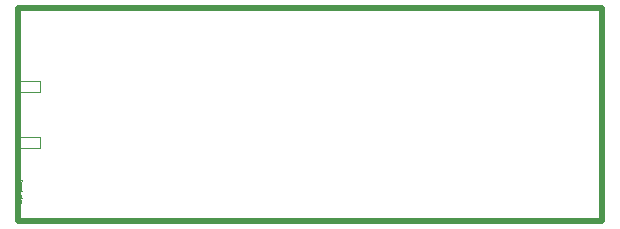
<source format=gm1>
G04*
G04 #@! TF.GenerationSoftware,Altium Limited,Altium Designer,21.6.4 (81)*
G04*
G04 Layer_Color=16711935*
%FSLAX44Y44*%
%MOMM*%
G71*
G04*
G04 #@! TF.SameCoordinates,27B0D74A-EB15-4392-BC8F-D98A40C3D817*
G04*
G04*
G04 #@! TF.FilePolarity,Positive*
G04*
G01*
G75*
%ADD13C,0.1000*%
%ADD78C,0.5000*%
%ADD79C,0.0500*%
D13*
X220000Y268200D02*
Y300000D01*
Y268200D02*
X239000D01*
Y259200D02*
Y268200D01*
X220000Y259200D02*
X239000D01*
X220000Y240000D02*
Y259200D01*
Y220800D02*
Y240000D01*
Y220800D02*
X239000D01*
Y211800D02*
Y220800D01*
X220000Y211800D02*
X239000D01*
X220000Y180000D02*
Y211800D01*
D78*
X220000Y150000D02*
Y180000D01*
Y300000D01*
Y330000D01*
X715000D01*
Y150000D02*
Y330000D01*
X220000Y150000D02*
X715000D01*
D79*
X223329Y184120D02*
X221330D01*
Y183120D01*
X221663Y182787D01*
X221996D01*
X222330Y183120D01*
Y184120D01*
Y183120D01*
X222663Y182787D01*
X222996D01*
X223329Y183120D01*
Y184120D01*
X221330Y181787D02*
Y181121D01*
X221663Y180788D01*
X222330D01*
X222663Y181121D01*
Y181787D01*
X222330Y182121D01*
X221663D01*
X221330Y181787D01*
X222663Y179788D02*
Y179122D01*
X222330Y178788D01*
X221330D01*
Y179788D01*
X221663Y180121D01*
X221996Y179788D01*
Y178788D01*
X222663Y178122D02*
X221330D01*
X221996D01*
X222330Y177789D01*
X222663Y177456D01*
Y177122D01*
X223329Y174790D02*
X221330D01*
Y175789D01*
X221663Y176123D01*
X222330D01*
X222663Y175789D01*
Y174790D01*
X221330Y171124D02*
Y171791D01*
X221663Y172124D01*
X222330D01*
X222663Y171791D01*
Y171124D01*
X222330Y170791D01*
X221996D01*
Y172124D01*
X223329Y168792D02*
X221330D01*
Y169791D01*
X221663Y170124D01*
X222330D01*
X222663Y169791D01*
Y168792D01*
X220664Y167459D02*
Y167125D01*
X220997Y166792D01*
X222663D01*
Y167792D01*
X222330Y168125D01*
X221663D01*
X221330Y167792D01*
Y166792D01*
Y165126D02*
Y165793D01*
X221663Y166126D01*
X222330D01*
X222663Y165793D01*
Y165126D01*
X222330Y164793D01*
X221996D01*
Y166126D01*
M02*

</source>
